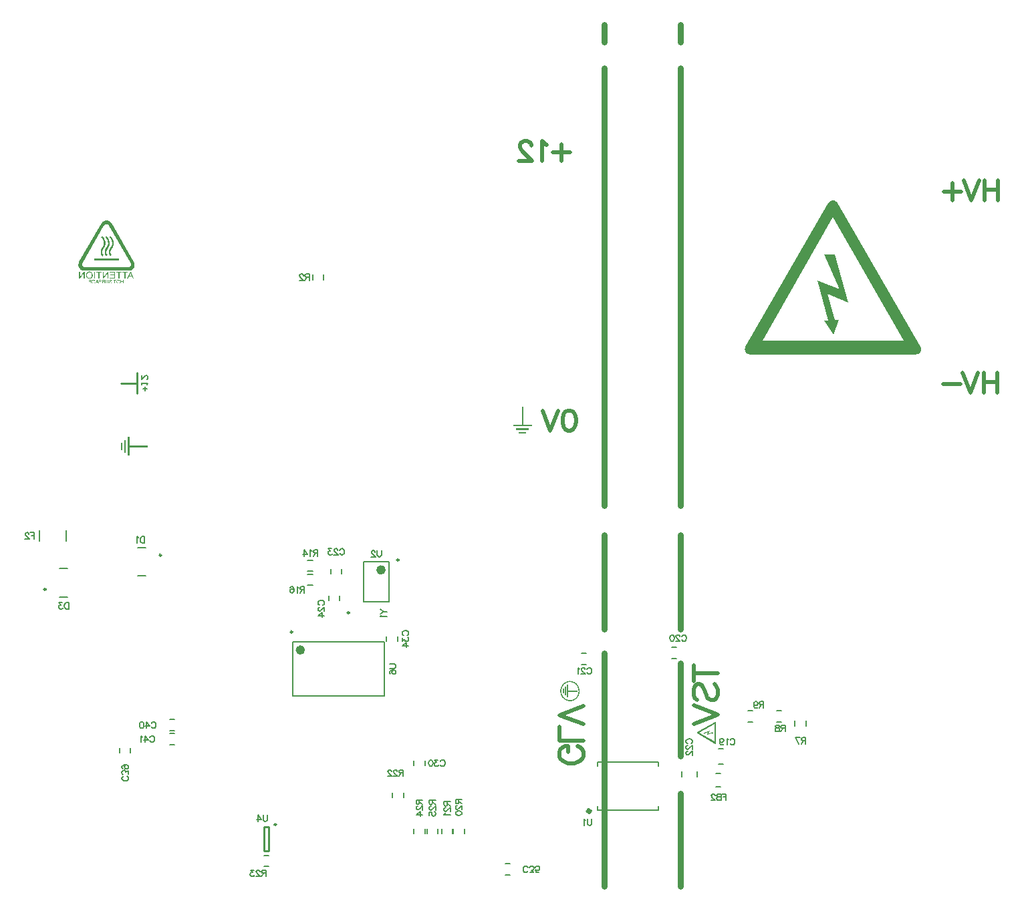
<source format=gbr>
%TF.GenerationSoftware,Altium Limited,Altium Designer,20.0.13 (296)*%
G04 Layer_Color=32896*
%FSLAX26Y26*%
%MOIN*%
%TF.FileFunction,Legend,Bot*%
%TF.Part,Single*%
G01*
G75*
%TA.AperFunction,NonConductor*%
%ADD43C,0.020000*%
%ADD103C,0.009842*%
%ADD104C,0.023622*%
%ADD105C,0.006000*%
%ADD106C,0.007874*%
%ADD107C,0.010000*%
%ADD108C,0.005000*%
%ADD109C,0.030000*%
G36*
X4070268Y3426891D02*
X4074341Y3425040D01*
X4077303Y3422818D01*
X4080266Y3420596D01*
X4082117Y3418745D01*
X4083599Y3416893D01*
X4084339Y3415782D01*
X4084709Y3415412D01*
X4498705Y2699252D01*
X4500556Y2694068D01*
X4501297Y2689254D01*
Y2684810D01*
X4500927Y2680737D01*
X4500186Y2677404D01*
X4499445Y2675182D01*
X4499075Y2673701D01*
X4498705Y2672961D01*
X4495372Y2668517D01*
X4492039Y2665555D01*
X4487966Y2663333D01*
X4484633Y2661481D01*
X4481301Y2660741D01*
X4478709Y2660370D01*
X4476857Y2660000D01*
X3648126Y2660000D01*
X3643312Y2660740D01*
X3639239Y2662222D01*
X3635165Y2664073D01*
X3632203Y2666665D01*
X3629611Y2668887D01*
X3627759Y2671109D01*
X3626648Y2672590D01*
X3626278Y2672960D01*
X3624056Y2677774D01*
X3623316Y2682218D01*
X3622945Y2686661D01*
X3623316Y2690735D01*
X3624427Y2694067D01*
X3625167Y2697030D01*
X3625908Y2698511D01*
X3626278Y2699252D01*
X4039533Y3415412D01*
X4041384Y3418374D01*
X4043606Y3420596D01*
X4045828Y3422448D01*
X4048050Y3424299D01*
X4052493Y3426521D01*
X4056567Y3428002D01*
X4060270Y3428743D01*
X4065824D01*
X4070268Y3426891D01*
D02*
G37*
G36*
X2752312Y1030086D02*
X2754114Y1029947D01*
X2755869Y1029762D01*
X2757579Y1029485D01*
X2759288Y1029162D01*
X2760951Y1028792D01*
X2762522Y1028330D01*
X2764093Y1027822D01*
X2765617Y1027267D01*
X2767096Y1026713D01*
X2768528Y1026112D01*
X2769914Y1025466D01*
X2771254Y1024819D01*
X2772501Y1024126D01*
X2773702Y1023433D01*
X2774904Y1022740D01*
X2776012Y1022047D01*
X2777029Y1021354D01*
X2777999Y1020707D01*
X2778923Y1020014D01*
X2779801Y1019367D01*
X2780586Y1018767D01*
X2781325Y1018212D01*
X2781972Y1017658D01*
X2782573Y1017150D01*
X2783081Y1016734D01*
X2783497Y1016318D01*
X2783866Y1015995D01*
X2784144Y1015717D01*
X2784328Y1015533D01*
X2784467Y1015394D01*
X2784513Y1015348D01*
X2785761Y1013962D01*
X2786962Y1012530D01*
X2788071Y1011051D01*
X2789133Y1009573D01*
X2790103Y1008048D01*
X2790981Y1006570D01*
X2791813Y1005045D01*
X2792598Y1003521D01*
X2793291Y1001996D01*
X2793938Y1000471D01*
X2794539Y998993D01*
X2795047Y997515D01*
X2795555Y996082D01*
X2795971Y994650D01*
X2796710Y991924D01*
X2797033Y990585D01*
X2797311Y989337D01*
X2797542Y988136D01*
X2797726Y986981D01*
X2797911Y985872D01*
X2798050Y984856D01*
X2798142Y983932D01*
X2798235Y983054D01*
X2798327Y982269D01*
X2798373Y981576D01*
X2798419Y980975D01*
Y980467D01*
X2798466Y980097D01*
Y979543D01*
X2798419Y977602D01*
X2798327Y975662D01*
X2798142Y973768D01*
X2797865Y971966D01*
X2797542Y970164D01*
X2797172Y968409D01*
X2796756Y966699D01*
X2796294Y965036D01*
X2795786Y963419D01*
X2795232Y961894D01*
X2794677Y960370D01*
X2794030Y958938D01*
X2793430Y957552D01*
X2792783Y956212D01*
X2792136Y954918D01*
X2791489Y953717D01*
X2790843Y952562D01*
X2790196Y951499D01*
X2789549Y950437D01*
X2788948Y949513D01*
X2788348Y948589D01*
X2787747Y947803D01*
X2787193Y947064D01*
X2786685Y946371D01*
X2786223Y945771D01*
X2785807Y945216D01*
X2785437Y944800D01*
X2785114Y944431D01*
X2784837Y944107D01*
X2784652Y943923D01*
X2784559Y943784D01*
X2784513Y943738D01*
X2783173Y942398D01*
X2781787Y941151D01*
X2780355Y939949D01*
X2778923Y938841D01*
X2777491Y937824D01*
X2776059Y936900D01*
X2774580Y936022D01*
X2773148Y935191D01*
X2771716Y934452D01*
X2770284Y933759D01*
X2768851Y933112D01*
X2767465Y932557D01*
X2766079Y932049D01*
X2764740Y931587D01*
X2763400Y931171D01*
X2762106Y930802D01*
X2760859Y930478D01*
X2759704Y930201D01*
X2758549Y929924D01*
X2757440Y929739D01*
X2756424Y929554D01*
X2755500Y929416D01*
X2754576Y929277D01*
X2753790Y929185D01*
X2753051Y929092D01*
X2752358Y929046D01*
X2751804Y929000D01*
X2751342D01*
X2750972Y928954D01*
X2750695D01*
X2750510D01*
X2750464D01*
X2748616Y929000D01*
X2746814Y929139D01*
X2745012Y929323D01*
X2743257Y929601D01*
X2741547Y929924D01*
X2739884Y930340D01*
X2738267Y930756D01*
X2736696Y931264D01*
X2735172Y931818D01*
X2733693Y932373D01*
X2732261Y932973D01*
X2730875Y933620D01*
X2729581Y934313D01*
X2728288Y934960D01*
X2727087Y935653D01*
X2725932Y936346D01*
X2724823Y937039D01*
X2723760Y937732D01*
X2722790Y938425D01*
X2721866Y939072D01*
X2720988Y939718D01*
X2720203Y940319D01*
X2719510Y940873D01*
X2718863Y941428D01*
X2718262Y941936D01*
X2717754Y942398D01*
X2717338Y942768D01*
X2716969Y943091D01*
X2716692Y943368D01*
X2716507Y943553D01*
X2716368Y943692D01*
X2716322Y943738D01*
X2715075Y945124D01*
X2713873Y946556D01*
X2712765Y948034D01*
X2711702Y949513D01*
X2710732Y950991D01*
X2709854Y952516D01*
X2709022Y953994D01*
X2708237Y955519D01*
X2707544Y957043D01*
X2706851Y958568D01*
X2706297Y960046D01*
X2705742Y961525D01*
X2705234Y962957D01*
X2704818Y964389D01*
X2704079Y967161D01*
X2703756Y968455D01*
X2703478Y969748D01*
X2703247Y970950D01*
X2703063Y972105D01*
X2702878Y973167D01*
X2702739Y974184D01*
X2702647Y975154D01*
X2702554Y976032D01*
X2702462Y976817D01*
X2702416Y977510D01*
X2702370Y978111D01*
Y978619D01*
X2702323Y978988D01*
Y979543D01*
X2702370Y981483D01*
X2702462Y983424D01*
X2702693Y985272D01*
X2702924Y987120D01*
X2703247Y988921D01*
X2703617Y990677D01*
X2704033Y992340D01*
X2704495Y994003D01*
X2705003Y995620D01*
X2705557Y997145D01*
X2706158Y998670D01*
X2706759Y1000102D01*
X2707359Y1001488D01*
X2708006Y1002828D01*
X2708653Y1004121D01*
X2709346Y1005322D01*
X2709993Y1006477D01*
X2710639Y1007586D01*
X2711286Y1008603D01*
X2711887Y1009573D01*
X2712487Y1010451D01*
X2713088Y1011282D01*
X2713642Y1012021D01*
X2714151Y1012714D01*
X2714613Y1013315D01*
X2715028Y1013869D01*
X2715398Y1014285D01*
X2715721Y1014655D01*
X2715999Y1014978D01*
X2716183Y1015163D01*
X2716276Y1015302D01*
X2716322Y1015348D01*
X2717662Y1016688D01*
X2719048Y1017935D01*
X2720434Y1019136D01*
X2721866Y1020245D01*
X2723298Y1021261D01*
X2724730Y1022185D01*
X2726209Y1023063D01*
X2727641Y1023895D01*
X2729073Y1024634D01*
X2730505Y1025327D01*
X2731938Y1025974D01*
X2733370Y1026528D01*
X2734756Y1027036D01*
X2736096Y1027498D01*
X2737435Y1027914D01*
X2738729Y1028284D01*
X2739976Y1028607D01*
X2741178Y1028884D01*
X2742286Y1029162D01*
X2743395Y1029346D01*
X2744458Y1029531D01*
X2745382Y1029670D01*
X2746306Y1029808D01*
X2747137Y1029901D01*
X2747877Y1029993D01*
X2748523Y1030039D01*
X2749124Y1030086D01*
X2749586D01*
X2749956Y1030132D01*
X2750233D01*
X2750418D01*
X2750464D01*
X2752312Y1030086D01*
D02*
G37*
G36*
X553375Y2204552D02*
X643456D01*
Y2196640D01*
X553375D01*
Y2204552D01*
X553167D01*
Y2196640D01*
X553375D01*
Y2155069D01*
X545394D01*
Y2247024D01*
X553375D01*
Y2204552D01*
D02*
G37*
G36*
X518397Y2182829D02*
X510486D01*
Y2219334D01*
X518397D01*
Y2182829D01*
D02*
G37*
G36*
X535678Y2168949D02*
X527766D01*
Y2232589D01*
X535678D01*
Y2168949D01*
D02*
G37*
G36*
X441990Y3328115D02*
X444581Y3327744D01*
X447173Y3327004D01*
X449209Y3326449D01*
X451060Y3325708D01*
X452355Y3324968D01*
X453096Y3324598D01*
X453466Y3324413D01*
X454392Y3323857D01*
X455132Y3323487D01*
X455502Y3323117D01*
X457353Y3321636D01*
X459019Y3320155D01*
X460500Y3318490D01*
X461796Y3317009D01*
X462721Y3315713D01*
X463461Y3314602D01*
X463832Y3313862D01*
X464017Y3313677D01*
X575632Y3120247D01*
X575817D01*
X576002Y3120062D01*
Y3119877D01*
Y3119692D01*
X576743Y3118211D01*
X577483Y3116916D01*
X577668Y3116175D01*
X577853Y3115805D01*
X578038Y3115435D01*
X578223Y3114880D01*
X578594Y3113584D01*
X578779Y3112473D01*
X578964Y3112103D01*
Y3111918D01*
X579519Y3108031D01*
X579334Y3104329D01*
X578964Y3100812D01*
X578038Y3097850D01*
X577298Y3095444D01*
X576372Y3093593D01*
X576187Y3092853D01*
X575817Y3092297D01*
X575632Y3092112D01*
Y3091927D01*
Y3091742D01*
X574892Y3090446D01*
X574151Y3089336D01*
X573411Y3088595D01*
X573226Y3088225D01*
X572300Y3087115D01*
X571375Y3086189D01*
X570634Y3085449D01*
X570264Y3085264D01*
X568598Y3083783D01*
X566932Y3082672D01*
X563601Y3080636D01*
X560269Y3079340D01*
X557307Y3078415D01*
X554531Y3077860D01*
X552309Y3077674D01*
X551569Y3077489D01*
X326858D01*
X325007Y3077674D01*
X323526Y3077860D01*
X322786Y3078045D01*
X322600D01*
X321490Y3078230D01*
X320009Y3078600D01*
X318898Y3078785D01*
X318713Y3078970D01*
X318528D01*
X314826Y3080451D01*
X311680Y3082487D01*
X308903Y3084523D01*
X306682Y3086744D01*
X304831Y3088780D01*
X303720Y3090446D01*
X302795Y3091557D01*
X302610Y3091742D01*
Y3091927D01*
X302425D01*
X301499Y3093593D01*
X300944Y3094889D01*
X300759Y3095629D01*
X300574Y3095814D01*
X300018Y3097480D01*
X299648Y3098776D01*
X299463Y3099516D01*
Y3099886D01*
X299093Y3101923D01*
X298908Y3103959D01*
Y3107846D01*
X299463Y3111363D01*
X300203Y3114509D01*
X301129Y3117101D01*
X301869Y3119137D01*
X302239Y3119877D01*
X302610Y3120432D01*
X302795Y3120618D01*
Y3120803D01*
X414410Y3314232D01*
X415335Y3315528D01*
X416076Y3316639D01*
X416631Y3317379D01*
X416816Y3317749D01*
X417742Y3318675D01*
X418667Y3319600D01*
X419408Y3320340D01*
X419593Y3320711D01*
X419778D01*
X422925Y3323302D01*
X426256Y3325153D01*
X429403Y3326449D01*
X432365Y3327374D01*
X435141Y3327930D01*
X437177Y3328115D01*
X437918Y3328300D01*
X439028D01*
X441990Y3328115D01*
D02*
G37*
G36*
X448839Y3037508D02*
X444396D01*
Y3065458D01*
X425701Y3037508D01*
X420889D01*
Y3072862D01*
X425331D01*
Y3045097D01*
X444026Y3072862D01*
X448839D01*
Y3037508D01*
D02*
G37*
G36*
X330560D02*
X326117D01*
Y3065458D01*
X307422Y3037508D01*
X302610D01*
Y3072862D01*
X307052D01*
Y3045097D01*
X325747Y3072862D01*
X330560D01*
Y3037508D01*
D02*
G37*
G36*
X575632D02*
X570634D01*
X566747Y3048244D01*
X551939D01*
X547867Y3037508D01*
X542499D01*
X556937Y3072862D01*
X562120D01*
X575632Y3037508D01*
D02*
G37*
G36*
X545091Y3068790D02*
X533429D01*
Y3037508D01*
X528617D01*
Y3068790D01*
X516955D01*
Y3072862D01*
X545091D01*
Y3068790D01*
D02*
G37*
G36*
X514734D02*
X503073D01*
Y3037508D01*
X498445D01*
Y3068790D01*
X486599D01*
Y3072862D01*
X514734D01*
Y3068790D01*
D02*
G37*
G36*
X481786Y3037508D02*
X455317D01*
Y3041580D01*
X476974D01*
Y3053796D01*
X457538D01*
Y3057869D01*
X476974D01*
Y3068790D01*
X456058D01*
Y3072862D01*
X481786D01*
Y3037508D01*
D02*
G37*
G36*
X415706Y3068790D02*
X404044D01*
Y3037508D01*
X399232D01*
Y3068790D01*
X387570D01*
Y3072862D01*
X415706D01*
Y3068790D01*
D02*
G37*
G36*
X382017Y3037508D02*
X377205D01*
Y3072862D01*
X382017D01*
Y3037508D01*
D02*
G37*
G36*
X356103Y3073417D02*
X358510Y3072862D01*
X360546Y3071936D01*
X362397Y3071196D01*
X363878Y3070270D01*
X364803Y3069345D01*
X365544Y3068790D01*
X365729Y3068604D01*
X367209Y3066568D01*
X368320Y3064347D01*
X369246Y3061941D01*
X369801Y3059720D01*
X370171Y3057869D01*
X370356Y3056203D01*
Y3055092D01*
Y3054907D01*
Y3054722D01*
X369986Y3051390D01*
X369801Y3049724D01*
X369431Y3048429D01*
X369060Y3047318D01*
X368875Y3046578D01*
X368505Y3046022D01*
Y3045837D01*
X367580Y3044356D01*
X366654Y3043061D01*
X365729Y3041950D01*
X364618Y3041025D01*
X363878Y3040284D01*
X363137Y3039729D01*
X362582Y3039544D01*
X362397Y3039359D01*
X360916Y3038618D01*
X359435Y3038063D01*
X356474Y3037323D01*
X355363Y3037137D01*
X354438Y3036952D01*
X353512D01*
X351846Y3037137D01*
X350180Y3037323D01*
X348700Y3037693D01*
X347404Y3038063D01*
X346293Y3038433D01*
X345553Y3038803D01*
X344998Y3039174D01*
X344812D01*
X343517Y3040099D01*
X342221Y3041025D01*
X340370Y3043061D01*
X339630Y3043986D01*
X339074Y3044727D01*
X338889Y3045282D01*
X338704Y3045467D01*
X337964Y3047133D01*
X337408Y3048799D01*
X337038Y3050465D01*
X336668Y3051945D01*
Y3053241D01*
X336483Y3054167D01*
Y3054907D01*
Y3055092D01*
Y3057128D01*
X336853Y3058794D01*
X337038Y3060460D01*
X337408Y3061941D01*
X337779Y3063052D01*
X338149Y3063977D01*
X338334Y3064532D01*
X338519Y3064717D01*
X340370Y3067494D01*
X341481Y3068604D01*
X342406Y3069530D01*
X343332Y3070270D01*
X343887Y3070826D01*
X344442Y3071011D01*
X344627Y3071196D01*
X346108Y3071936D01*
X347589Y3072677D01*
X350365Y3073232D01*
X351661Y3073417D01*
X352587Y3073602D01*
X353512D01*
X356103Y3073417D01*
D02*
G37*
G36*
X523249Y3014370D02*
X521028D01*
Y3022515D01*
X511773D01*
Y3014370D01*
X509366D01*
Y3031770D01*
X511773D01*
Y3024551D01*
X521028D01*
Y3031770D01*
X523249D01*
Y3014370D01*
D02*
G37*
G36*
X448098Y3021589D02*
X447913Y3019738D01*
X447728Y3018257D01*
X447543Y3017517D01*
X447358Y3017147D01*
X446803Y3016221D01*
X446062Y3015481D01*
X445322Y3015111D01*
X445137Y3014925D01*
X443841Y3014370D01*
X442545Y3014185D01*
X441435Y3014000D01*
X441064D01*
X439399Y3014185D01*
X438103Y3014555D01*
X437177Y3014925D01*
X436992Y3015111D01*
X435882Y3015851D01*
X435326Y3016591D01*
X434956Y3017147D01*
X434771Y3017332D01*
X434401Y3018628D01*
X434216Y3020108D01*
Y3021219D01*
Y3021404D01*
Y3021589D01*
Y3031770D01*
X436437D01*
Y3021589D01*
Y3020479D01*
X436622Y3019553D01*
X436992Y3018072D01*
X437362Y3017147D01*
X437548Y3016962D01*
X438658Y3016591D01*
X439769Y3016406D01*
X440879Y3016221D01*
X442360D01*
X443101Y3016406D01*
X443841D01*
X444581Y3016962D01*
X444952Y3017517D01*
X445322Y3018072D01*
Y3018257D01*
X445507Y3019183D01*
X445692Y3020293D01*
Y3021219D01*
Y3021404D01*
Y3021589D01*
Y3031770D01*
X448098D01*
Y3021589D01*
D02*
G37*
G36*
X375909Y3031955D02*
X377390Y3031584D01*
X378315Y3031214D01*
X378501Y3031029D01*
X378686D01*
X379981Y3030104D01*
X380907Y3028993D01*
X381462Y3028253D01*
X381647Y3028068D01*
Y3027883D01*
X382203Y3026402D01*
X382573Y3024736D01*
X382758Y3023625D01*
Y3023255D01*
Y3023070D01*
X382573Y3021219D01*
X382203Y3019738D01*
X382017Y3018628D01*
X381832Y3018442D01*
Y3018257D01*
X381092Y3016962D01*
X380166Y3016036D01*
X379426Y3015481D01*
X379056Y3015296D01*
X377575Y3014555D01*
X376094Y3014185D01*
X375354Y3014000D01*
X374243D01*
X372392Y3014185D01*
X370911Y3014925D01*
X369986Y3015481D01*
X369616Y3015666D01*
X369060Y3016036D01*
X368505Y3016776D01*
X367765Y3018072D01*
X367209Y3019183D01*
X367024Y3019553D01*
Y3019738D01*
X369431Y3020293D01*
X369801Y3018813D01*
X370541Y3017887D01*
X371097Y3017147D01*
X371282Y3016962D01*
X372392Y3016406D01*
X373503Y3016221D01*
X374243Y3016036D01*
X374613D01*
X375724Y3016221D01*
X376650Y3016406D01*
X377390Y3016591D01*
X377575D01*
X378501Y3017332D01*
X379056Y3018257D01*
X379426Y3018813D01*
X379611Y3019183D01*
X379981Y3020479D01*
X380166Y3021774D01*
X380352Y3022700D01*
Y3022885D01*
Y3023070D01*
X380166Y3024366D01*
X379981Y3025476D01*
X379796Y3026217D01*
X379611Y3026402D01*
X379056Y3027512D01*
X378501Y3028438D01*
X377945Y3028993D01*
X377760Y3029178D01*
X376650Y3029733D01*
X375539Y3029919D01*
X374613Y3030104D01*
X374243D01*
X373133Y3029919D01*
X372207Y3029733D01*
X371652Y3029363D01*
X371467Y3029178D01*
X370726Y3028438D01*
X370171Y3027512D01*
X369801Y3026772D01*
X369616Y3026402D01*
X367395Y3026957D01*
X368135Y3028623D01*
X368875Y3029733D01*
X369431Y3030474D01*
X369801Y3030659D01*
X371282Y3031584D01*
X372762Y3031955D01*
X373873Y3032140D01*
X374243D01*
X375909Y3031955D01*
D02*
G37*
G36*
X487524Y3029733D02*
X481601D01*
Y3014370D01*
X479380D01*
Y3029733D01*
X473457D01*
Y3031770D01*
X487524D01*
Y3029733D01*
D02*
G37*
G36*
X430144Y3014370D02*
X427737D01*
Y3021959D01*
X424035D01*
X423850Y3021774D01*
X422925Y3021589D01*
X422740Y3021404D01*
X422369Y3021034D01*
X421999Y3020664D01*
X421629Y3020479D01*
X421444Y3020293D01*
X421074Y3019738D01*
X420518Y3018813D01*
X419963Y3018072D01*
X419778Y3017887D01*
Y3017702D01*
X417557Y3014370D01*
X414595D01*
X417557Y3018998D01*
X418482Y3019923D01*
X419038Y3020664D01*
X419408Y3021034D01*
X419593Y3021219D01*
X419963Y3021589D01*
X420333Y3021774D01*
X420703Y3022144D01*
X420889D01*
X419223Y3022515D01*
X418112Y3023070D01*
X417372Y3023625D01*
X417187Y3023810D01*
X416446Y3024921D01*
X416076Y3025846D01*
X415891Y3026587D01*
Y3026957D01*
X416076Y3027883D01*
X416261Y3028808D01*
X416446Y3029548D01*
X416631Y3029733D01*
X417372Y3030474D01*
X417927Y3031029D01*
X418482Y3031214D01*
X418667Y3031399D01*
X419778Y3031584D01*
X421074Y3031770D01*
X430144D01*
Y3014370D01*
D02*
G37*
G36*
X412189D02*
X409968D01*
Y3022144D01*
X401638D01*
Y3024180D01*
X409968D01*
Y3029733D01*
X400342D01*
Y3031770D01*
X412189D01*
Y3014370D01*
D02*
G37*
G36*
X400527D02*
X397936D01*
X396085Y3019368D01*
X388681D01*
X386645Y3014370D01*
X383868D01*
X391272Y3031770D01*
X393679D01*
X400527Y3014370D01*
D02*
G37*
G36*
X364063D02*
X350736D01*
Y3016221D01*
X361656D01*
Y3022144D01*
X351846D01*
Y3024366D01*
X361656D01*
Y3029733D01*
X351291D01*
Y3031770D01*
X364063D01*
Y3014370D01*
D02*
G37*
G36*
X499001Y3031955D02*
X500296Y3031770D01*
X502147Y3031029D01*
X502888Y3030474D01*
X503443Y3030104D01*
X503628Y3029919D01*
X503813Y3029733D01*
X504554Y3028623D01*
X505109Y3027512D01*
X505849Y3025106D01*
X506034Y3024180D01*
X506220Y3023440D01*
Y3022885D01*
Y3022700D01*
X506034Y3021034D01*
X505664Y3019553D01*
X505294Y3018628D01*
X505109Y3018442D01*
Y3018257D01*
X504183Y3016962D01*
X503258Y3016036D01*
X502518Y3015481D01*
X502147Y3015296D01*
X500667Y3014555D01*
X499186Y3014185D01*
X498075Y3014000D01*
X497705D01*
X496039Y3014185D01*
X494743Y3014555D01*
X493818Y3014925D01*
X493448Y3015111D01*
X492152Y3016036D01*
X491041Y3016962D01*
X490486Y3017702D01*
X490301Y3018072D01*
X489561Y3019738D01*
X489375Y3021219D01*
X489190Y3022515D01*
Y3022700D01*
Y3022885D01*
X489375Y3024736D01*
X489561Y3026217D01*
X489931Y3027327D01*
X490116Y3027512D01*
Y3027697D01*
X491041Y3029178D01*
X492152Y3030104D01*
X492892Y3030659D01*
X493077Y3030844D01*
X493263D01*
X494743Y3031584D01*
X496224Y3031955D01*
X497335Y3032140D01*
X497705D01*
X499001Y3031955D01*
D02*
G37*
G36*
X460870D02*
X461611Y3031770D01*
X461796Y3031584D01*
X462721Y3031029D01*
X463462Y3030474D01*
X463832Y3029919D01*
X464017Y3029733D01*
X464387Y3028808D01*
X464572Y3027883D01*
X464757Y3027327D01*
Y3027142D01*
X464572Y3026217D01*
X464387Y3025661D01*
X464202Y3025291D01*
X464017Y3025106D01*
X463462Y3024366D01*
X462906Y3023810D01*
X462351Y3023625D01*
X462166Y3023440D01*
X461240Y3022885D01*
X460130Y3022700D01*
X459204Y3022329D01*
X458834D01*
X457909Y3021959D01*
X457168Y3021774D01*
X456613Y3021589D01*
X456058D01*
X455687Y3021404D01*
X454947Y3021034D01*
X454392Y3020664D01*
X454207Y3020479D01*
X454021Y3020293D01*
X453651Y3019923D01*
X453466Y3019368D01*
Y3018998D01*
Y3018813D01*
Y3018257D01*
X453651Y3017887D01*
X453836Y3017517D01*
X454021Y3017332D01*
X454947Y3016591D01*
X455317Y3016406D01*
X455502Y3016221D01*
X459019D01*
X459760Y3016406D01*
X460685D01*
X461425Y3016776D01*
X461981Y3017332D01*
X462351Y3017517D01*
Y3017702D01*
X462721Y3018442D01*
X462906Y3019183D01*
X463091Y3019738D01*
Y3019923D01*
X465498Y3019738D01*
X465312Y3018442D01*
X464942Y3017517D01*
X464572Y3016776D01*
X464387Y3016591D01*
X463647Y3015851D01*
X462906Y3015296D01*
X462166Y3014925D01*
X461981Y3014740D01*
X460500Y3014370D01*
X459204Y3014185D01*
X458094Y3014000D01*
X457723D01*
X456428Y3014185D01*
X455502Y3014370D01*
X454762Y3014555D01*
X454392Y3014740D01*
X453466Y3015296D01*
X452726Y3015851D01*
X452356Y3016221D01*
X452170Y3016406D01*
X451615Y3017332D01*
X451430Y3018072D01*
X451245Y3018813D01*
Y3018998D01*
X451430Y3020108D01*
X451615Y3020849D01*
X451800Y3021404D01*
X451985Y3021589D01*
X452726Y3022329D01*
X453466Y3022885D01*
X454021Y3023255D01*
X454392Y3023440D01*
X454762Y3023625D01*
X455317Y3023810D01*
X456613Y3024180D01*
X457723Y3024366D01*
X458094Y3024551D01*
X458279D01*
X459204Y3024736D01*
X459945Y3024921D01*
X461055Y3025291D01*
X461611Y3025661D01*
X461796D01*
X462166Y3026217D01*
X462351Y3026772D01*
Y3027142D01*
Y3027327D01*
X462166Y3028068D01*
X461981Y3028808D01*
X461796Y3029178D01*
X461611Y3029363D01*
X460685Y3029733D01*
X459574Y3030104D01*
X458279D01*
X456983Y3029919D01*
X456058Y3029733D01*
X455502Y3029363D01*
X455317Y3029178D01*
X454577Y3028438D01*
X454207Y3027697D01*
X454021Y3026957D01*
Y3026587D01*
X451800Y3026772D01*
X451985Y3027883D01*
X452170Y3028808D01*
X452541Y3029548D01*
X452726Y3029733D01*
X453466Y3030474D01*
X454021Y3031029D01*
X454762Y3031214D01*
X454947Y3031399D01*
X456058Y3031770D01*
X457168Y3032140D01*
X459760D01*
X460870Y3031955D01*
D02*
G37*
G36*
X2518360Y2308375D02*
X2510448D01*
Y2308167D01*
X2518360D01*
Y2308375D01*
X2559931D01*
Y2300394D01*
X2467976D01*
Y2308375D01*
X2510448D01*
Y2398456D01*
X2518360D01*
Y2308375D01*
D02*
G37*
G36*
X2546051Y2282766D02*
X2482411D01*
Y2290678D01*
X2546051D01*
Y2282766D01*
D02*
G37*
G36*
X2532171Y2265486D02*
X2495666D01*
Y2273397D01*
X2532171D01*
Y2265486D01*
D02*
G37*
G36*
X3476413Y825492D02*
X3476829Y825399D01*
X3477106Y825307D01*
X3477291Y825261D01*
X3477383Y825215D01*
X3477937Y824799D01*
X3478307Y824383D01*
X3478584Y823875D01*
X3478815Y823459D01*
X3478908Y823043D01*
X3478954Y822720D01*
X3479000Y822489D01*
Y719093D01*
X3478908Y718493D01*
X3478723Y717984D01*
X3478492Y717476D01*
X3478168Y717107D01*
X3477891Y716783D01*
X3477614Y716552D01*
X3477429Y716414D01*
X3477383Y716367D01*
X3476782Y716090D01*
X3476228Y715998D01*
X3475674Y715952D01*
X3475165Y715998D01*
X3474750Y716136D01*
X3474380Y716229D01*
X3474195Y716321D01*
X3474103Y716367D01*
X3384752Y767927D01*
X3384382Y768158D01*
X3384105Y768435D01*
X3383874Y768712D01*
X3383643Y768989D01*
X3383366Y769544D01*
X3383181Y770052D01*
X3383089Y770514D01*
Y771207D01*
X3383320Y771761D01*
X3383551Y772269D01*
X3383828Y772639D01*
X3384105Y773009D01*
X3384336Y773240D01*
X3384567Y773424D01*
X3384706Y773517D01*
X3384752Y773563D01*
X3474103Y825215D01*
X3474750Y825446D01*
X3475350Y825538D01*
X3475905D01*
X3476413Y825492D01*
D02*
G37*
%LPC*%
G36*
X4062121Y3345796D02*
X3711077Y2727394D01*
X4413906Y2727395D01*
X4062121Y3345796D01*
D02*
G37*
%LPD*%
G36*
X4139144Y2918469D02*
X4033608Y2961054D01*
X4071379Y2831079D01*
X4091005D01*
X4065824Y2758500D01*
X4019537Y2828116D01*
X4039533D01*
X3985839Y3028819D01*
X4093226Y2985494D01*
X4017685Y3158424D01*
X4071379D01*
X4139144Y2918469D01*
D02*
G37*
%LPC*%
G36*
X2750926Y1024865D02*
X2750649D01*
X2750510D01*
X2750464D01*
X2748801Y1024819D01*
X2747184Y1024726D01*
X2745613Y1024542D01*
X2744088Y1024311D01*
X2742564Y1023987D01*
X2741085Y1023664D01*
X2739653Y1023248D01*
X2738267Y1022832D01*
X2735587Y1021816D01*
X2734294Y1021261D01*
X2733093Y1020707D01*
X2731891Y1020153D01*
X2730783Y1019552D01*
X2729674Y1018905D01*
X2728657Y1018305D01*
X2727687Y1017704D01*
X2726763Y1017103D01*
X2725885Y1016503D01*
X2725054Y1015902D01*
X2724315Y1015348D01*
X2723622Y1014793D01*
X2722975Y1014285D01*
X2722420Y1013777D01*
X2721866Y1013361D01*
X2721450Y1012945D01*
X2721034Y1012622D01*
X2720711Y1012299D01*
X2720480Y1012068D01*
X2720295Y1011883D01*
X2720203Y1011790D01*
X2720157Y1011744D01*
X2719002Y1010497D01*
X2717939Y1009157D01*
X2716923Y1007863D01*
X2715999Y1006524D01*
X2715121Y1005184D01*
X2714335Y1003798D01*
X2713596Y1002412D01*
X2712903Y1001072D01*
X2712256Y999686D01*
X2711656Y998346D01*
X2711148Y997006D01*
X2710639Y995667D01*
X2709808Y993079D01*
X2709161Y990631D01*
X2708884Y989430D01*
X2708653Y988321D01*
X2708422Y987212D01*
X2708237Y986196D01*
X2708098Y985225D01*
X2707960Y984301D01*
X2707867Y983470D01*
X2707775Y982684D01*
X2707729Y981991D01*
X2707683Y981391D01*
X2707636Y980836D01*
Y980374D01*
X2707590Y980005D01*
Y979543D01*
X2707636Y977787D01*
X2707729Y976078D01*
X2707914Y974368D01*
X2708145Y972751D01*
X2708422Y971134D01*
X2708745Y969564D01*
X2709577Y966561D01*
X2709993Y965128D01*
X2710501Y963696D01*
X2711009Y962356D01*
X2711563Y961063D01*
X2712118Y959815D01*
X2712718Y958614D01*
X2713273Y957459D01*
X2713873Y956397D01*
X2714474Y955334D01*
X2715028Y954364D01*
X2715629Y953440D01*
X2716183Y952562D01*
X2716738Y951777D01*
X2717246Y951037D01*
X2717754Y950344D01*
X2718216Y949744D01*
X2718632Y949236D01*
X2719002Y948727D01*
X2719325Y948312D01*
X2719602Y947988D01*
X2719833Y947711D01*
X2720018Y947526D01*
X2720110Y947434D01*
X2720157Y947388D01*
X2721358Y946186D01*
X2722559Y945078D01*
X2723806Y944015D01*
X2725054Y943045D01*
X2726347Y942121D01*
X2727641Y941289D01*
X2728888Y940504D01*
X2730182Y939765D01*
X2731476Y939118D01*
X2732769Y938517D01*
X2734017Y937963D01*
X2735264Y937455D01*
X2736511Y936993D01*
X2737713Y936577D01*
X2740023Y935884D01*
X2742194Y935329D01*
X2743210Y935098D01*
X2744181Y934914D01*
X2745105Y934775D01*
X2745982Y934636D01*
X2746768Y934498D01*
X2747507Y934405D01*
X2748154Y934359D01*
X2748754Y934313D01*
X2749263Y934267D01*
X2749678D01*
X2750002Y934221D01*
X2750279D01*
X2750418D01*
X2750464D01*
X2752081Y934267D01*
X2753698Y934359D01*
X2755269Y934544D01*
X2756793Y934775D01*
X2758272Y935098D01*
X2759750Y935422D01*
X2761182Y935838D01*
X2762568Y936300D01*
X2765202Y937270D01*
X2767696Y938379D01*
X2768898Y938979D01*
X2770006Y939580D01*
X2771069Y940180D01*
X2772132Y940827D01*
X2773102Y941428D01*
X2774026Y942028D01*
X2774904Y942629D01*
X2775689Y943230D01*
X2776474Y943784D01*
X2777167Y944338D01*
X2777814Y944847D01*
X2778369Y945355D01*
X2778877Y945771D01*
X2779339Y946186D01*
X2779755Y946510D01*
X2780078Y946833D01*
X2780309Y947064D01*
X2780494Y947249D01*
X2780586Y947341D01*
X2780632Y947388D01*
X2781787Y948635D01*
X2782850Y949929D01*
X2783866Y951268D01*
X2784790Y952562D01*
X2785668Y953902D01*
X2786454Y955288D01*
X2787193Y956628D01*
X2787886Y958014D01*
X2788533Y959353D01*
X2789133Y960739D01*
X2789641Y962079D01*
X2790150Y963373D01*
X2790981Y965960D01*
X2791628Y968455D01*
X2791905Y969610D01*
X2792136Y970765D01*
X2792367Y971827D01*
X2792552Y972844D01*
X2792691Y973860D01*
X2792829Y974738D01*
X2792922Y975616D01*
X2793014Y976401D01*
X2793060Y977094D01*
X2793106Y977695D01*
X2793153Y978249D01*
X2793199Y978711D01*
Y979543D01*
X2793153Y981298D01*
X2793060Y983008D01*
X2792875Y984671D01*
X2792644Y986334D01*
X2792367Y987951D01*
X2792044Y989476D01*
X2791258Y992525D01*
X2790796Y993957D01*
X2790288Y995343D01*
X2789780Y996683D01*
X2789226Y997977D01*
X2788671Y999270D01*
X2788071Y1000471D01*
X2787516Y1001580D01*
X2786916Y1002689D01*
X2786315Y1003752D01*
X2785761Y1004722D01*
X2785160Y1005646D01*
X2784606Y1006524D01*
X2784051Y1007309D01*
X2783543Y1008048D01*
X2783035Y1008741D01*
X2782619Y1009342D01*
X2782157Y1009896D01*
X2781787Y1010404D01*
X2781464Y1010774D01*
X2781187Y1011144D01*
X2780956Y1011421D01*
X2780771Y1011606D01*
X2780679Y1011698D01*
X2780632Y1011744D01*
X2779431Y1012945D01*
X2778230Y1014054D01*
X2776983Y1015117D01*
X2775689Y1016087D01*
X2774442Y1016965D01*
X2773148Y1017843D01*
X2771854Y1018628D01*
X2770561Y1019321D01*
X2769313Y1020014D01*
X2768020Y1020615D01*
X2766772Y1021169D01*
X2765525Y1021677D01*
X2764324Y1022139D01*
X2763123Y1022509D01*
X2760813Y1023248D01*
X2758641Y1023756D01*
X2757625Y1023987D01*
X2756655Y1024172D01*
X2755777Y1024311D01*
X2754899Y1024449D01*
X2754114Y1024588D01*
X2753421Y1024680D01*
X2752728Y1024726D01*
X2752173Y1024773D01*
X2751665Y1024819D01*
X2751249D01*
X2750926Y1024865D01*
D02*
G37*
%LPD*%
G36*
X2720896Y967485D02*
X2715583D01*
Y991878D01*
X2720896D01*
Y967485D01*
D02*
G37*
G36*
X2730367Y958291D02*
X2725100D01*
Y1000702D01*
X2730367D01*
Y958291D01*
D02*
G37*
G36*
X2740115Y982038D02*
X2789457D01*
Y976725D01*
X2740115D01*
Y948912D01*
X2734848D01*
Y1010220D01*
X2740115D01*
Y982038D01*
D02*
G37*
%LPC*%
G36*
X439769Y3309420D02*
X439028D01*
Y3309235D01*
X436807Y3309049D01*
X434956Y3308679D01*
X433105Y3307939D01*
X431624Y3307198D01*
X430329Y3306458D01*
X429403Y3305718D01*
X428848Y3305347D01*
X428663Y3305162D01*
X427737Y3304237D01*
X427367Y3303867D01*
X427182Y3303682D01*
X426627Y3302941D01*
X426256Y3302201D01*
X425886Y3301831D01*
Y3301645D01*
X425701D01*
X319639Y3118026D01*
Y3117841D01*
X318528Y3115620D01*
X317973Y3113584D01*
X317603Y3112658D01*
Y3111918D01*
X317418Y3111548D01*
Y3111363D01*
X317603D01*
X317418Y3110437D01*
Y3110252D01*
Y3110067D01*
Y3108586D01*
X317788Y3107105D01*
X317973Y3105810D01*
X318343Y3104514D01*
X318713Y3103588D01*
X319084Y3102848D01*
X319269Y3102478D01*
X319454Y3102293D01*
X320749Y3100442D01*
X322230Y3098961D01*
X323711Y3097665D01*
X325192Y3096740D01*
X326488Y3095999D01*
X327413Y3095629D01*
X328153Y3095259D01*
X328709D01*
X329449Y3095074D01*
X330190Y3094889D01*
X330375Y3094704D01*
X332781D01*
Y3094519D01*
X545091D01*
X547312Y3094704D01*
X549348Y3095074D01*
X551199Y3095814D01*
X552865Y3096555D01*
X554160Y3097295D01*
X555086Y3098035D01*
X555641Y3098406D01*
X555826Y3098591D01*
X556567Y3099331D01*
X556937Y3099886D01*
X557307Y3100072D01*
Y3100257D01*
X557862Y3100997D01*
X558233Y3101552D01*
X558603Y3102108D01*
Y3102293D01*
X558788D01*
X559713Y3104144D01*
X560269Y3105995D01*
X560454Y3107846D01*
X560639Y3109512D01*
Y3110992D01*
Y3112103D01*
X560454Y3112843D01*
Y3113028D01*
X560269Y3113954D01*
X560084Y3114694D01*
X559899Y3115065D01*
Y3115250D01*
X559713Y3115805D01*
X559343Y3116545D01*
X559158Y3117101D01*
X558973Y3117286D01*
X558788Y3117471D01*
Y3117656D01*
X452541Y3301460D01*
X451060Y3303496D01*
X449764Y3305162D01*
X448468Y3306273D01*
X448283Y3306458D01*
X448098Y3306643D01*
X447913D01*
X447728Y3306828D01*
X447358Y3307013D01*
X447173Y3307198D01*
X446988D01*
X445507Y3307939D01*
X444211Y3308494D01*
X441620Y3309235D01*
X440509D01*
X439769Y3309420D01*
D02*
G37*
%LPD*%
G36*
X459760Y3249632D02*
X461611Y3247966D01*
X462536Y3247226D01*
X463091Y3246671D01*
X463462Y3246300D01*
X463647Y3246115D01*
X465498Y3243894D01*
X467163Y3241858D01*
X467719Y3241118D01*
X468089Y3240377D01*
X468274Y3240007D01*
X468459Y3239822D01*
X470495Y3236490D01*
X471976Y3232973D01*
X473272Y3229642D01*
X474197Y3226495D01*
X474938Y3223903D01*
X475308Y3221682D01*
X475493Y3220942D01*
X475678Y3220387D01*
Y3220016D01*
Y3219831D01*
X475863Y3215759D01*
X475678Y3211687D01*
X475123Y3207985D01*
X474197Y3204653D01*
X473272Y3201691D01*
X472902Y3200581D01*
X472531Y3199470D01*
X472161Y3198730D01*
X471791Y3198175D01*
X471606Y3197804D01*
Y3197619D01*
X470865Y3196323D01*
X469940Y3194843D01*
X468089Y3191881D01*
X467163Y3190771D01*
X466608Y3189845D01*
X466053Y3189105D01*
X465868Y3188919D01*
X463832Y3185958D01*
X462351Y3183181D01*
X461240Y3180775D01*
X460315Y3178554D01*
X459945Y3176703D01*
X459574Y3175222D01*
X459389Y3174482D01*
Y3174111D01*
Y3172816D01*
Y3171890D01*
Y3171335D01*
Y3171150D01*
Y3170039D01*
Y3169114D01*
X459574Y3168373D01*
Y3168003D01*
X459945Y3166337D01*
X460130Y3164856D01*
X461055Y3162265D01*
X461796Y3160414D01*
X462721Y3159118D01*
X463462Y3158193D01*
X464202Y3157638D01*
X464572Y3157267D01*
X464757D01*
X462166Y3149493D01*
X460685Y3150234D01*
X459204Y3150974D01*
X458094Y3152085D01*
X456798Y3153380D01*
X454947Y3156157D01*
X453651Y3159303D01*
X452541Y3162080D01*
X452170Y3163376D01*
X451985Y3164486D01*
X451615Y3165597D01*
Y3166337D01*
X451430Y3166707D01*
Y3166893D01*
X451245Y3168003D01*
Y3169484D01*
X451060Y3170595D01*
Y3170780D01*
Y3170965D01*
Y3172075D01*
Y3173371D01*
X451245Y3174482D01*
Y3174667D01*
Y3174852D01*
X451615Y3177258D01*
X451985Y3179479D01*
X452356Y3181330D01*
X452911Y3182811D01*
X453466Y3184107D01*
X453836Y3185032D01*
X454021Y3185588D01*
X454207Y3185773D01*
X456058Y3188919D01*
X456798Y3190215D01*
X457538Y3191511D01*
X458279Y3192436D01*
X458834Y3193177D01*
X459019Y3193732D01*
X459204Y3193917D01*
X460500Y3195583D01*
X461611Y3197064D01*
X462351Y3198360D01*
X463091Y3199470D01*
X463647Y3200396D01*
X464017Y3200951D01*
X464202Y3201321D01*
Y3201506D01*
X465498Y3204653D01*
X466608Y3207800D01*
X467163Y3210946D01*
X467349Y3213908D01*
Y3216870D01*
X467163Y3219646D01*
X466608Y3222238D01*
X466053Y3224644D01*
X465498Y3226865D01*
X464757Y3228901D01*
X463832Y3230752D01*
X463276Y3232233D01*
X462536Y3233529D01*
X461981Y3234454D01*
X461796Y3235009D01*
X461611Y3235195D01*
X460130Y3237231D01*
X458834Y3239082D01*
X457909Y3240192D01*
X457723Y3240377D01*
X457538Y3240562D01*
X455872Y3242228D01*
X454392Y3243524D01*
X453281Y3244450D01*
X453096Y3244820D01*
X452726D01*
X455687Y3248522D01*
X457723Y3251298D01*
X459760Y3249632D01*
D02*
G37*
G36*
X439213D02*
X441064Y3247966D01*
X441805Y3247226D01*
X442360Y3246671D01*
X442730Y3246300D01*
X442915Y3246115D01*
X444952Y3243894D01*
X446432Y3241858D01*
X446988Y3241118D01*
X447543Y3240377D01*
X447728Y3240007D01*
X447913Y3239822D01*
X449764Y3236490D01*
X451430Y3232973D01*
X452541Y3229642D01*
X453651Y3226495D01*
X454392Y3223903D01*
X454762Y3221682D01*
X454947Y3220942D01*
X455132Y3220387D01*
Y3220016D01*
Y3219831D01*
X455317Y3215759D01*
X455132Y3211687D01*
X454392Y3207985D01*
X453466Y3204653D01*
X452541Y3201691D01*
X452170Y3200581D01*
X451800Y3199470D01*
X451430Y3198730D01*
X451060Y3198175D01*
X450875Y3197804D01*
Y3197619D01*
X450134Y3196323D01*
X449394Y3195028D01*
X447543Y3192251D01*
X446617Y3190956D01*
X446062Y3189845D01*
X445507Y3189105D01*
X445322Y3188919D01*
X443286Y3185958D01*
X441805Y3183181D01*
X440509Y3180775D01*
X439769Y3178554D01*
X439213Y3176703D01*
X439028Y3175222D01*
X438843Y3174482D01*
Y3174111D01*
Y3173001D01*
Y3172075D01*
Y3171335D01*
Y3171150D01*
Y3170039D01*
Y3169114D01*
X439028Y3168373D01*
Y3168003D01*
X439399Y3166337D01*
X439584Y3164856D01*
X440509Y3162265D01*
X441250Y3160414D01*
X441990Y3159118D01*
X442915Y3158193D01*
X443471Y3157638D01*
X443841Y3157267D01*
X444026D01*
X441435Y3149493D01*
X439954Y3150234D01*
X438473Y3150974D01*
X437362Y3152085D01*
X436252Y3153380D01*
X434401Y3156157D01*
X432920Y3159303D01*
X431995Y3162080D01*
X431624Y3163376D01*
X431254Y3164486D01*
X431069Y3165597D01*
Y3166337D01*
X430884Y3166707D01*
Y3166893D01*
X430699Y3168003D01*
Y3169484D01*
X430514Y3170595D01*
Y3170780D01*
Y3170965D01*
Y3172631D01*
Y3173926D01*
Y3174667D01*
Y3174852D01*
X430884Y3177258D01*
X431254Y3179479D01*
X431624Y3181330D01*
X432180Y3182811D01*
X432735Y3184107D01*
X433105Y3185032D01*
X433290Y3185588D01*
X433475Y3185773D01*
X435326Y3188919D01*
X436252Y3190215D01*
X436992Y3191511D01*
X437733Y3192436D01*
X438103Y3193177D01*
X438473Y3193732D01*
X438658Y3193917D01*
X439954Y3195583D01*
X440879Y3197064D01*
X441805Y3198360D01*
X442360Y3199470D01*
X442915Y3200396D01*
X443286Y3200951D01*
X443471Y3201321D01*
Y3201506D01*
X444766Y3204653D01*
X445877Y3207800D01*
X446432Y3210946D01*
X446617Y3213908D01*
Y3216870D01*
X446432Y3219646D01*
X445877Y3222238D01*
X445322Y3224644D01*
X444766Y3226865D01*
X444026Y3228901D01*
X443101Y3230752D01*
X442545Y3232233D01*
X441805Y3233529D01*
X441250Y3234454D01*
X441064Y3235009D01*
X440879Y3235195D01*
X439399Y3237416D01*
X438288Y3239082D01*
X437362Y3240192D01*
X436992Y3240377D01*
Y3240562D01*
X435326Y3242228D01*
X433660Y3243524D01*
X432550Y3244450D01*
X432365Y3244820D01*
X432180D01*
X434956Y3248522D01*
X437177Y3251298D01*
X439213Y3249632D01*
D02*
G37*
G36*
X418667Y3249447D02*
X420518Y3247781D01*
X421259Y3247041D01*
X421814Y3246671D01*
X422184Y3246300D01*
X422369Y3246115D01*
X424220Y3243894D01*
X425886Y3241858D01*
X426442Y3241118D01*
X426812Y3240377D01*
X426997Y3240007D01*
X427182Y3239822D01*
X429218Y3236490D01*
X430699Y3232973D01*
X431995Y3229642D01*
X432920Y3226495D01*
X433660Y3223903D01*
X434031Y3221682D01*
X434216Y3220942D01*
X434401Y3220387D01*
Y3220016D01*
Y3219831D01*
X434586Y3215759D01*
X434401Y3211687D01*
X433846Y3207985D01*
X432920Y3204653D01*
X431995Y3201691D01*
X431624Y3200581D01*
X431254Y3199470D01*
X430884Y3198730D01*
X430514Y3198175D01*
X430329Y3197804D01*
Y3197619D01*
X428663Y3194658D01*
X426812Y3191881D01*
X426071Y3190585D01*
X425331Y3189660D01*
X424961Y3189105D01*
X424776Y3188919D01*
X422740Y3186143D01*
X421259Y3183367D01*
X420148Y3180775D01*
X419223Y3178554D01*
X418667Y3176703D01*
X418297Y3175407D01*
X418112Y3174482D01*
Y3174111D01*
Y3173186D01*
Y3172260D01*
Y3171520D01*
Y3171335D01*
Y3171150D01*
Y3170224D01*
Y3169299D01*
X418297Y3168373D01*
Y3168188D01*
Y3168003D01*
X418667Y3166337D01*
X419038Y3164856D01*
X419778Y3162265D01*
X420703Y3160414D01*
X421444Y3159118D01*
X422184Y3158193D01*
X422925Y3157638D01*
X423295Y3157267D01*
X423480D01*
X420703Y3149493D01*
X419223Y3150234D01*
X417927Y3150974D01*
X416631Y3152085D01*
X415521Y3153380D01*
X413670Y3156157D01*
X412374Y3159303D01*
X411448Y3162080D01*
X411078Y3163376D01*
X410708Y3164486D01*
X410523Y3165597D01*
Y3166337D01*
X410338Y3166707D01*
Y3166893D01*
X410153Y3168188D01*
X409968Y3169484D01*
Y3170595D01*
Y3170780D01*
Y3170965D01*
Y3172446D01*
Y3173741D01*
Y3174482D01*
Y3174852D01*
X410338Y3177258D01*
X410708Y3179479D01*
X411078Y3181330D01*
X411634Y3182811D01*
X412189Y3184107D01*
X412559Y3185032D01*
X412744Y3185588D01*
X412929Y3185773D01*
X414780Y3188919D01*
X415706Y3190215D01*
X416446Y3191511D01*
X417187Y3192436D01*
X417557Y3193177D01*
X417927Y3193732D01*
X418112Y3193917D01*
X419408Y3195768D01*
X420333Y3197249D01*
X421259Y3198545D01*
X421814Y3199655D01*
X422369Y3200396D01*
X422740Y3201136D01*
X422925Y3201321D01*
Y3201506D01*
X424220Y3204653D01*
X425331Y3207800D01*
X425886Y3210946D01*
X426071Y3213908D01*
Y3216870D01*
X425886Y3219646D01*
X425331Y3222238D01*
X424776Y3224644D01*
X424220Y3226865D01*
X423480Y3228901D01*
X422554Y3230752D01*
X421999Y3232233D01*
X421259Y3233529D01*
X420703Y3234454D01*
X420518Y3235009D01*
X420333Y3235195D01*
X418852Y3237416D01*
X417557Y3239082D01*
X416631Y3240192D01*
X416261Y3240377D01*
Y3240562D01*
X414410Y3242413D01*
X412929Y3243709D01*
X411819Y3244450D01*
X411634Y3244820D01*
X411448D01*
X414410Y3248522D01*
X416446Y3251298D01*
X418667Y3249447D01*
D02*
G37*
G36*
X501037Y3129688D02*
X377205D01*
Y3140053D01*
X501037D01*
Y3129688D01*
D02*
G37*
%LPC*%
G36*
X559713Y3069160D02*
X558973Y3066568D01*
X558048Y3064347D01*
X557677Y3063422D01*
X557307Y3062681D01*
X557122Y3062126D01*
Y3061941D01*
X553420Y3052131D01*
X565452D01*
X561564Y3062496D01*
X560639Y3064903D01*
X560084Y3067124D01*
X559899Y3067864D01*
Y3068604D01*
X559713Y3068975D01*
Y3069160D01*
D02*
G37*
G36*
X354252Y3069530D02*
X353327D01*
X350921Y3069160D01*
X349070Y3068604D01*
X348144Y3068234D01*
X347589Y3068049D01*
X347219Y3067679D01*
X347034D01*
X345183Y3066198D01*
X343887Y3064532D01*
X343332Y3063792D01*
X342961Y3063237D01*
X342776Y3062866D01*
Y3062681D01*
X341851Y3060090D01*
X341481Y3057684D01*
X341296Y3056573D01*
Y3055833D01*
Y3055277D01*
Y3055092D01*
X341481Y3052686D01*
X341851Y3050650D01*
X342406Y3048799D01*
X342961Y3047318D01*
X343702Y3046207D01*
X344257Y3045282D01*
X344627Y3044727D01*
X344812Y3044541D01*
X346108Y3043246D01*
X347589Y3042320D01*
X349070Y3041765D01*
X350365Y3041395D01*
X351661Y3041025D01*
X352587Y3040840D01*
X353512D01*
X355363Y3041025D01*
X357029Y3041395D01*
X358510Y3041950D01*
X359805Y3042691D01*
X360731Y3043431D01*
X361656Y3043986D01*
X362027Y3044356D01*
X362212Y3044541D01*
X363322Y3046022D01*
X364063Y3047688D01*
X364803Y3049539D01*
X365173Y3051020D01*
X365358Y3052501D01*
X365544Y3053611D01*
Y3054537D01*
Y3054722D01*
X365358Y3057499D01*
X364988Y3059905D01*
X364433Y3061941D01*
X363693Y3063422D01*
X363137Y3064717D01*
X362582Y3065458D01*
X362212Y3066013D01*
X362027Y3066198D01*
X360546Y3067309D01*
X359250Y3068049D01*
X357769Y3068790D01*
X356289Y3069160D01*
X355178Y3069345D01*
X354252Y3069530D01*
D02*
G37*
G36*
X427737Y3029919D02*
X422184D01*
X420889Y3029733D01*
X420148Y3029548D01*
X419593Y3029178D01*
X419408Y3028993D01*
X418852Y3028438D01*
X418667Y3027697D01*
X418482Y3027142D01*
Y3026957D01*
Y3026217D01*
X418667Y3025846D01*
X418852Y3025476D01*
X419223Y3024921D01*
X419778Y3024736D01*
X420148Y3024366D01*
X420333D01*
X421259Y3024180D01*
X421999Y3023995D01*
X427737D01*
Y3029919D01*
D02*
G37*
G36*
X392568D02*
X392198Y3028808D01*
X391828Y3027512D01*
X391458Y3026587D01*
X391272Y3026402D01*
Y3026217D01*
X389421Y3021404D01*
X395345D01*
X393494Y3026587D01*
X392938Y3027883D01*
X392753Y3028808D01*
X392568Y3029548D01*
Y3029919D01*
D02*
G37*
G36*
X498075Y3030104D02*
X497705D01*
X496409Y3029919D01*
X495484Y3029733D01*
X494743Y3029363D01*
X494558Y3029178D01*
X493633Y3028438D01*
X492892Y3027697D01*
X492522Y3026957D01*
X492337Y3026772D01*
X491967Y3025476D01*
X491597Y3024180D01*
Y3023255D01*
Y3023070D01*
Y3022885D01*
X491967Y3020664D01*
X492522Y3018998D01*
X493077Y3018072D01*
X493448Y3017702D01*
X494743Y3016776D01*
X496039Y3016221D01*
X497150Y3016036D01*
X497705D01*
X499371Y3016221D01*
X500852Y3016776D01*
X501592Y3017332D01*
X501962Y3017517D01*
X503073Y3019183D01*
X503628Y3020849D01*
Y3021589D01*
X503813Y3022144D01*
Y3022515D01*
Y3022700D01*
Y3023995D01*
X503443Y3025291D01*
X503258Y3026217D01*
X502888Y3026957D01*
X502332Y3028068D01*
X501962Y3028438D01*
X500481Y3029363D01*
X499186Y3029919D01*
X498075Y3030104D01*
D02*
G37*
G36*
X3470592Y814635D02*
X3393438Y770745D01*
X3470592Y726947D01*
Y814635D01*
D02*
G37*
%LPD*%
G36*
X3441439Y767187D02*
X3457656Y771900D01*
Y774348D01*
X3466711Y771207D01*
X3458025Y765432D01*
Y767927D01*
X3432985Y761228D01*
X3438390Y774626D01*
X3416815Y765201D01*
Y771900D01*
X3446752Y780354D01*
X3441439Y767187D01*
D02*
G37*
D43*
X2851056Y380514D02*
G03*
X2851056Y380514I-6250J0D01*
G01*
X2751435Y2379979D02*
X2765717Y2375218D01*
X2775239Y2360935D01*
X2780000Y2337131D01*
Y2322848D01*
X2775239Y2299044D01*
X2765717Y2284761D01*
X2751435Y2280000D01*
X2741913D01*
X2727630Y2284761D01*
X2718108Y2299044D01*
X2713348Y2322848D01*
Y2337131D01*
X2718108Y2360935D01*
X2727630Y2375218D01*
X2741913Y2379979D01*
X2751435D01*
X2690972D02*
X2652884Y2280000D01*
X2614797Y2379979D02*
X2652884Y2280000D01*
X2788409Y704696D02*
X2799835Y698983D01*
X2811261Y687557D01*
X2816974Y676131D01*
Y653278D01*
X2811261Y641852D01*
X2799835Y630426D01*
X2788409Y624713D01*
X2771270Y619000D01*
X2742704D01*
X2725565Y624713D01*
X2714139Y630426D01*
X2702713Y641852D01*
X2697000Y653278D01*
Y676131D01*
X2702713Y687557D01*
X2714139Y698983D01*
X2725565Y704696D01*
X2742704D01*
Y676131D02*
Y704696D01*
X2816974Y732119D02*
X2697000D01*
Y800675D01*
X2816974Y813815D02*
X2697000Y859520D01*
X2816974Y905224D02*
X2697000Y859520D01*
X2708510Y3709598D02*
Y3623902D01*
X2751358Y3666750D02*
X2665662D01*
X2636145Y3704837D02*
X2626623Y3709598D01*
X2612341Y3723881D01*
Y3623902D01*
X2558066Y3700077D02*
Y3704837D01*
X2553306Y3714359D01*
X2548545Y3719120D01*
X2539023Y3723881D01*
X2519979D01*
X2510458Y3719120D01*
X2505697Y3714359D01*
X2500936Y3704837D01*
Y3695316D01*
X2505697Y3685794D01*
X2515219Y3671511D01*
X2562827Y3623902D01*
X2496175D01*
X4880000Y2569979D02*
Y2470000D01*
X4813348Y2569979D02*
Y2470000D01*
X4880000Y2522370D02*
X4813348D01*
X4785734Y2569979D02*
X4747647Y2470000D01*
X4709560Y2569979D02*
X4747647Y2470000D01*
X4696706Y2512848D02*
X4611010D01*
X3367026Y1069009D02*
X3487000D01*
X3367026Y1109000D02*
Y1029017D01*
X3384165Y934752D02*
X3372739Y946178D01*
X3367026Y963317D01*
Y986169D01*
X3372739Y1003308D01*
X3384165Y1014735D01*
X3395591D01*
X3407017Y1009021D01*
X3412730Y1003308D01*
X3418443Y991882D01*
X3429869Y957604D01*
X3435582Y946178D01*
X3441296Y940465D01*
X3452722Y934752D01*
X3469861D01*
X3481287Y946178D01*
X3487000Y963317D01*
Y986169D01*
X3481287Y1003308D01*
X3469861Y1014735D01*
X3367026Y907900D02*
X3487000Y862196D01*
X3367026Y816491D02*
X3487000Y862196D01*
X4885000Y3529979D02*
Y3430000D01*
X4818348Y3529979D02*
Y3430000D01*
X4885000Y3482370D02*
X4818348D01*
X4790734Y3529979D02*
X4752647Y3430000D01*
X4714560Y3529979D02*
X4752647Y3430000D01*
X4658858Y3515696D02*
Y3430000D01*
X4701706Y3472848D02*
X4616010D01*
D103*
X1366457Y1275039D02*
G03*
X1366457Y1275039I-4921J0D01*
G01*
X1650339Y1370000D02*
G03*
X1650339Y1370000I-4921J0D01*
G01*
X1285787Y313268D02*
G03*
X1285787Y313268I-4921J0D01*
G01*
X712441Y1657874D02*
G03*
X712441Y1657874I-4921J0D01*
G01*
X137402Y1487126D02*
G03*
X137402Y1487126I-4921J0D01*
G01*
X1896575Y1633465D02*
G03*
X1896575Y1633465I-4921J0D01*
G01*
D104*
X1417835Y1184488D02*
G03*
X1417835Y1184488I-11811J0D01*
G01*
X1819803Y1584055D02*
G03*
X1819803Y1584055I-11811J0D01*
G01*
D105*
X3192638Y384842D02*
Y406175D01*
X2887362Y603826D02*
Y625158D01*
Y384842D02*
Y406175D01*
Y384842D02*
X3192638D01*
Y603826D02*
Y625158D01*
X2887362D02*
X3192638D01*
X3823909Y808997D02*
Y777004D01*
Y808997D02*
X3810198D01*
X3805627Y807473D01*
X3804104Y805950D01*
X3802580Y802903D01*
Y799856D01*
X3804104Y796809D01*
X3805627Y795285D01*
X3810198Y793762D01*
X3823909D01*
X3813244D02*
X3802580Y777004D01*
X3787802Y808997D02*
X3792373Y807473D01*
X3793896Y804426D01*
Y801379D01*
X3792373Y798332D01*
X3789326Y796809D01*
X3783232Y795285D01*
X3778662Y793762D01*
X3775615Y790715D01*
X3774091Y787668D01*
Y783097D01*
X3775615Y780051D01*
X3777138Y778527D01*
X3781709Y777004D01*
X3787802D01*
X3792373Y778527D01*
X3793896Y780051D01*
X3795420Y783097D01*
Y787668D01*
X3793896Y790715D01*
X3790849Y793762D01*
X3786279Y795285D01*
X3780185Y796809D01*
X3777138Y798332D01*
X3775615Y801379D01*
Y804426D01*
X3777138Y807473D01*
X3781709Y808997D01*
X3787802D01*
X1919000Y585993D02*
Y554000D01*
Y585993D02*
X1905289D01*
X1900718Y584470D01*
X1899195Y582946D01*
X1897671Y579899D01*
Y576852D01*
X1899195Y573805D01*
X1900718Y572282D01*
X1905289Y570758D01*
X1919000D01*
X1908336D02*
X1897671Y554000D01*
X1888987Y578376D02*
Y579899D01*
X1887464Y582946D01*
X1885940Y584470D01*
X1882893Y585993D01*
X1876800D01*
X1873753Y584470D01*
X1872229Y582946D01*
X1870706Y579899D01*
Y576852D01*
X1872229Y573805D01*
X1875276Y569235D01*
X1890511Y554000D01*
X1869182D01*
X1860498Y578376D02*
Y579899D01*
X1858975Y582946D01*
X1857451Y584470D01*
X1854404Y585993D01*
X1848311D01*
X1845264Y584470D01*
X1843740Y582946D01*
X1842216Y579899D01*
Y576852D01*
X1843740Y573805D01*
X1846787Y569235D01*
X1862022Y554000D01*
X1840693D01*
X3716147Y926997D02*
Y895004D01*
Y926997D02*
X3702436D01*
X3697865Y925473D01*
X3696342Y923950D01*
X3694818Y920903D01*
Y917856D01*
X3696342Y914809D01*
X3697865Y913285D01*
X3702436Y911762D01*
X3716147D01*
X3705483D02*
X3694818Y895004D01*
X3667853Y916332D02*
X3669376Y911762D01*
X3672423Y908715D01*
X3676994Y907191D01*
X3678517D01*
X3683088Y908715D01*
X3686135Y911762D01*
X3687658Y916332D01*
Y917856D01*
X3686135Y922426D01*
X3683088Y925473D01*
X3678517Y926997D01*
X3676994D01*
X3672423Y925473D01*
X3669376Y922426D01*
X3667853Y916332D01*
Y908715D01*
X3669376Y901097D01*
X3672423Y896527D01*
X3676994Y895004D01*
X3680041D01*
X3684611Y896527D01*
X3686135Y899574D01*
X3924909Y747997D02*
Y716004D01*
Y747997D02*
X3911198D01*
X3906627Y746473D01*
X3905104Y744950D01*
X3903580Y741903D01*
Y738856D01*
X3905104Y735809D01*
X3906627Y734285D01*
X3911198Y732762D01*
X3924909D01*
X3914244D02*
X3903580Y716004D01*
X3875091Y747997D02*
X3890326Y716004D01*
X3896420Y747997D02*
X3875091D01*
X1449909Y3060997D02*
Y3029003D01*
Y3060997D02*
X1436198D01*
X1431627Y3059473D01*
X1430104Y3057950D01*
X1428580Y3054903D01*
Y3051856D01*
X1430104Y3048809D01*
X1431627Y3047285D01*
X1436198Y3045762D01*
X1449909D01*
X1439245D02*
X1428580Y3029003D01*
X1419896Y3053379D02*
Y3054903D01*
X1418373Y3057950D01*
X1416849Y3059473D01*
X1413802Y3060997D01*
X1407708D01*
X1404661Y3059473D01*
X1403138Y3057950D01*
X1401614Y3054903D01*
Y3051856D01*
X1403138Y3048809D01*
X1406185Y3044238D01*
X1421420Y3029003D01*
X1400091D01*
X2103977Y628379D02*
X2105501Y631426D01*
X2108548Y634473D01*
X2111595Y635997D01*
X2117688D01*
X2120735Y634473D01*
X2123782Y631426D01*
X2125306Y628379D01*
X2126829Y623809D01*
Y616191D01*
X2125306Y611621D01*
X2123782Y608574D01*
X2120735Y605527D01*
X2117688Y604004D01*
X2111595D01*
X2108548Y605527D01*
X2105501Y608574D01*
X2103977Y611621D01*
X2091941Y635997D02*
X2075183D01*
X2084324Y623809D01*
X2079754D01*
X2076707Y622285D01*
X2075183Y620762D01*
X2073660Y616191D01*
Y613144D01*
X2075183Y608574D01*
X2078230Y605527D01*
X2082801Y604004D01*
X2087371D01*
X2091941Y605527D01*
X2093465Y607051D01*
X2094988Y610097D01*
X2057358Y635997D02*
X2061929Y634473D01*
X2064976Y629903D01*
X2066499Y622285D01*
Y617715D01*
X2064976Y610097D01*
X2061929Y605527D01*
X2057358Y604004D01*
X2054311D01*
X2049741Y605527D01*
X2046694Y610097D01*
X2045171Y617715D01*
Y622285D01*
X2046694Y629903D01*
X2049741Y634473D01*
X2054311Y635997D01*
X2057358D01*
X2858891Y340997D02*
Y318144D01*
X2857368Y313574D01*
X2854321Y310527D01*
X2849750Y309003D01*
X2846703D01*
X2842133Y310527D01*
X2839086Y313574D01*
X2837562Y318144D01*
Y340997D01*
X2828726Y334903D02*
X2825679Y336426D01*
X2821109Y340997D01*
Y309003D01*
X2836121Y1088379D02*
X2837645Y1091426D01*
X2840692Y1094473D01*
X2843739Y1095997D01*
X2849833D01*
X2852880Y1094473D01*
X2855927Y1091426D01*
X2857450Y1088379D01*
X2858974Y1083809D01*
Y1076191D01*
X2857450Y1071621D01*
X2855927Y1068574D01*
X2852880Y1065527D01*
X2849833Y1064004D01*
X2843739D01*
X2840692Y1065527D01*
X2837645Y1068574D01*
X2836121Y1071621D01*
X2825609Y1088379D02*
Y1089903D01*
X2824086Y1092950D01*
X2822562Y1094473D01*
X2819515Y1095997D01*
X2813421D01*
X2810374Y1094473D01*
X2808851Y1092950D01*
X2807327Y1089903D01*
Y1086856D01*
X2808851Y1083809D01*
X2811898Y1079238D01*
X2827133Y1064004D01*
X2805804D01*
X2798644Y1089903D02*
X2795597Y1091426D01*
X2791026Y1095997D01*
Y1064004D01*
X3526640Y465997D02*
Y434003D01*
Y465997D02*
X3506834D01*
X3526640Y450762D02*
X3514452D01*
X3503178Y465997D02*
Y434003D01*
Y465997D02*
X3489467D01*
X3484896Y464473D01*
X3483373Y462950D01*
X3481849Y459903D01*
Y456856D01*
X3483373Y453809D01*
X3484896Y452285D01*
X3489467Y450762D01*
X3503178D02*
X3489467D01*
X3484896Y449238D01*
X3483373Y447715D01*
X3481849Y444668D01*
Y440097D01*
X3483373Y437050D01*
X3484896Y435527D01*
X3489467Y434003D01*
X3503178D01*
X3473166Y458379D02*
Y459903D01*
X3471642Y462950D01*
X3470119Y464473D01*
X3467072Y465997D01*
X3460978D01*
X3457931Y464473D01*
X3456407Y462950D01*
X3454884Y459903D01*
Y456856D01*
X3456407Y453809D01*
X3459454Y449238D01*
X3474689Y434003D01*
X3453360D01*
X77395Y1770997D02*
Y1739004D01*
Y1770997D02*
X57590D01*
X77395Y1755762D02*
X65207D01*
X52410Y1763379D02*
Y1764903D01*
X50887Y1767950D01*
X49363Y1769473D01*
X46316Y1770997D01*
X40222D01*
X37175Y1769473D01*
X35652Y1767950D01*
X34128Y1764903D01*
Y1761856D01*
X35652Y1758809D01*
X38699Y1754238D01*
X53934Y1739004D01*
X32605D01*
X656121Y748379D02*
X657645Y751426D01*
X660692Y754473D01*
X663739Y755997D01*
X669833D01*
X672880Y754473D01*
X675927Y751426D01*
X677450Y748379D01*
X678974Y743809D01*
Y736191D01*
X677450Y731621D01*
X675927Y728574D01*
X672880Y725527D01*
X669833Y724004D01*
X663739D01*
X660692Y725527D01*
X657645Y728574D01*
X656121Y731621D01*
X631898Y755997D02*
X647133Y734668D01*
X624281D01*
X631898Y755997D02*
Y724004D01*
X618644Y749903D02*
X615597Y751426D01*
X611026Y755997D01*
Y724004D01*
X662977Y818379D02*
X664500Y821426D01*
X667548Y824473D01*
X670595Y825997D01*
X676688D01*
X679735Y824473D01*
X682782Y821426D01*
X684306Y818379D01*
X685829Y813809D01*
Y806191D01*
X684306Y801621D01*
X682782Y798574D01*
X679735Y795527D01*
X676688Y794004D01*
X670595D01*
X667548Y795527D01*
X664500Y798574D01*
X662977Y801621D01*
X638754Y825997D02*
X653989Y804668D01*
X631136D01*
X638754Y825997D02*
Y794004D01*
X616359Y825997D02*
X620929Y824473D01*
X623976Y819903D01*
X625499Y812285D01*
Y807715D01*
X623976Y800097D01*
X620929Y795527D01*
X616359Y794004D01*
X613312D01*
X608741Y795527D01*
X605694Y800097D01*
X604171Y807715D01*
Y812285D01*
X605694Y819903D01*
X608741Y824473D01*
X613312Y825997D01*
X616359D01*
X540379Y553785D02*
X543426Y552261D01*
X546473Y549214D01*
X547997Y546167D01*
Y540073D01*
X546473Y537026D01*
X543426Y533979D01*
X540379Y532456D01*
X535809Y530932D01*
X528191D01*
X523621Y532456D01*
X520574Y533979D01*
X517527Y537026D01*
X516004Y540073D01*
Y546167D01*
X517527Y549214D01*
X520574Y552261D01*
X523621Y553785D01*
X547997Y565820D02*
Y582578D01*
X535809Y573438D01*
Y578008D01*
X534285Y581055D01*
X532762Y582578D01*
X528191Y584102D01*
X525144D01*
X520574Y582578D01*
X517527Y579532D01*
X516004Y574961D01*
Y570391D01*
X517527Y565820D01*
X519051Y564297D01*
X522097Y562773D01*
X537332Y611068D02*
X532762Y609544D01*
X529715Y606497D01*
X528191Y601927D01*
Y600403D01*
X529715Y595833D01*
X532762Y592786D01*
X537332Y591262D01*
X538856D01*
X543426Y592786D01*
X546473Y595833D01*
X547997Y600403D01*
Y601927D01*
X546473Y606497D01*
X543426Y609544D01*
X537332Y611068D01*
X529715D01*
X522097Y609544D01*
X517527Y606497D01*
X516004Y601927D01*
Y598880D01*
X517527Y594309D01*
X520574Y592786D01*
X3336621Y717977D02*
X3333574Y719500D01*
X3330527Y722548D01*
X3329003Y725595D01*
Y731688D01*
X3330527Y734735D01*
X3333574Y737782D01*
X3336621Y739306D01*
X3341191Y740829D01*
X3348809D01*
X3353379Y739306D01*
X3356426Y737782D01*
X3359473Y734735D01*
X3360997Y731688D01*
Y725595D01*
X3359473Y722548D01*
X3356426Y719500D01*
X3353379Y717977D01*
X3336621Y707465D02*
X3335097D01*
X3332050Y705942D01*
X3330527Y704418D01*
X3329003Y701371D01*
Y695277D01*
X3330527Y692230D01*
X3332050Y690707D01*
X3335097Y689183D01*
X3338144D01*
X3341191Y690707D01*
X3345762Y693754D01*
X3360997Y708989D01*
Y687660D01*
X3336621Y678976D02*
X3335097D01*
X3332050Y677452D01*
X3330527Y675929D01*
X3329003Y672882D01*
Y666788D01*
X3330527Y663741D01*
X3332050Y662218D01*
X3335097Y660694D01*
X3338144D01*
X3341191Y662218D01*
X3345762Y665265D01*
X3360997Y680499D01*
Y659171D01*
X3549702Y735379D02*
X3551225Y738426D01*
X3554272Y741473D01*
X3557319Y742997D01*
X3563413D01*
X3566460Y741473D01*
X3569507Y738426D01*
X3571030Y735379D01*
X3572554Y730809D01*
Y723191D01*
X3571030Y718621D01*
X3569507Y715574D01*
X3566460Y712527D01*
X3563413Y711004D01*
X3557319D01*
X3554272Y712527D01*
X3551225Y715574D01*
X3549702Y718621D01*
X3540713Y736903D02*
X3537666Y738426D01*
X3533096Y742997D01*
Y711004D01*
X3497446Y732332D02*
X3498970Y727762D01*
X3502017Y724715D01*
X3506587Y723191D01*
X3508110D01*
X3512681Y724715D01*
X3515728Y727762D01*
X3517251Y732332D01*
Y733856D01*
X3515728Y738426D01*
X3512681Y741473D01*
X3508110Y742997D01*
X3506587D01*
X3502017Y741473D01*
X3498970Y738426D01*
X3497446Y732332D01*
Y724715D01*
X3498970Y717097D01*
X3502017Y712527D01*
X3506587Y711004D01*
X3509634D01*
X3514204Y712527D01*
X3515728Y715574D01*
X3308148Y1252376D02*
X3309671Y1255423D01*
X3312718Y1258470D01*
X3315765Y1259993D01*
X3321859D01*
X3324906Y1258470D01*
X3327953Y1255423D01*
X3329477Y1252376D01*
X3331000Y1247805D01*
Y1240188D01*
X3329477Y1235617D01*
X3327953Y1232570D01*
X3324906Y1229524D01*
X3321859Y1228000D01*
X3315765D01*
X3312718Y1229524D01*
X3309671Y1232570D01*
X3308148Y1235617D01*
X3297636Y1252376D02*
Y1253899D01*
X3296112Y1256946D01*
X3294589Y1258470D01*
X3291542Y1259993D01*
X3285448D01*
X3282401Y1258470D01*
X3280877Y1256946D01*
X3279354Y1253899D01*
Y1250852D01*
X3280877Y1247805D01*
X3283924Y1243235D01*
X3299159Y1228000D01*
X3277830D01*
X3261529Y1259993D02*
X3266100Y1258470D01*
X3269147Y1253899D01*
X3270670Y1246282D01*
Y1241711D01*
X3269147Y1234094D01*
X3266100Y1229524D01*
X3261529Y1228000D01*
X3258482D01*
X3253912Y1229524D01*
X3250865Y1234094D01*
X3249341Y1241711D01*
Y1246282D01*
X3250865Y1253899D01*
X3253912Y1258470D01*
X3258482Y1259993D01*
X3261529D01*
X2049003Y434075D02*
X2080997D01*
X2049003D02*
Y420363D01*
X2050527Y415793D01*
X2052050Y414269D01*
X2055097Y412746D01*
X2058144D01*
X2061191Y414269D01*
X2062715Y415793D01*
X2064238Y420363D01*
Y434075D01*
Y423410D02*
X2080997Y412746D01*
X2056621Y404062D02*
X2055097D01*
X2052050Y402539D01*
X2050527Y401015D01*
X2049003Y397968D01*
Y391874D01*
X2050527Y388827D01*
X2052050Y387304D01*
X2055097Y385780D01*
X2058144D01*
X2061191Y387304D01*
X2065762Y390351D01*
X2080997Y405586D01*
Y384257D01*
X2049003Y358815D02*
Y374050D01*
X2062715Y375573D01*
X2061191Y374050D01*
X2059668Y369479D01*
Y364909D01*
X2061191Y360338D01*
X2064238Y357291D01*
X2068809Y355768D01*
X2071856D01*
X2076426Y357291D01*
X2079473Y360338D01*
X2080997Y364909D01*
Y369479D01*
X2079473Y374050D01*
X2077950Y375573D01*
X2074903Y377096D01*
X1984003Y435598D02*
X2015996D01*
X1984003D02*
Y421887D01*
X1985527Y417316D01*
X1987050Y415793D01*
X1990097Y414269D01*
X1993144D01*
X1996191Y415793D01*
X1997715Y417316D01*
X1999238Y421887D01*
Y435598D01*
Y424934D02*
X2015996Y414269D01*
X1991621Y405586D02*
X1990097D01*
X1987050Y404062D01*
X1985527Y402539D01*
X1984003Y399492D01*
Y393398D01*
X1985527Y390351D01*
X1987050Y388827D01*
X1990097Y387304D01*
X1993144D01*
X1996191Y388827D01*
X2000762Y391874D01*
X2015996Y407109D01*
Y385780D01*
X1984003Y363385D02*
X2005332Y378620D01*
Y355768D01*
X1984003Y363385D02*
X2015996D01*
X249909Y1420997D02*
Y1389004D01*
Y1420997D02*
X239244D01*
X234674Y1419473D01*
X231627Y1416426D01*
X230104Y1413379D01*
X228580Y1408809D01*
Y1401191D01*
X230104Y1396621D01*
X231627Y1393574D01*
X234674Y1390527D01*
X239244Y1389004D01*
X249909D01*
X218373Y1420997D02*
X201614D01*
X210755Y1408809D01*
X206185D01*
X203138Y1407285D01*
X201614Y1405762D01*
X200091Y1401191D01*
Y1398144D01*
X201614Y1393574D01*
X204661Y1390527D01*
X209232Y1389004D01*
X213802D01*
X218373Y1390527D01*
X219896Y1392051D01*
X221420Y1395097D01*
X628053Y1750997D02*
Y1719004D01*
Y1750997D02*
X617389D01*
X612818Y1749473D01*
X609771Y1746426D01*
X608248Y1743379D01*
X606724Y1738809D01*
Y1731191D01*
X608248Y1726621D01*
X609771Y1723574D01*
X612818Y1720527D01*
X617389Y1719004D01*
X628053D01*
X599564Y1744903D02*
X596517Y1746426D01*
X591947Y1750997D01*
Y1719004D01*
X1804539Y1388053D02*
X1819774Y1375865D01*
X1836532D01*
X1804539Y1363677D02*
X1819774Y1375865D01*
X1810633Y1359564D02*
X1809109Y1356517D01*
X1804539Y1351947D01*
X1836532D01*
X1850581Y1113770D02*
X1873433D01*
X1878004Y1112246D01*
X1881051Y1109199D01*
X1882574Y1104629D01*
Y1101582D01*
X1881051Y1097011D01*
X1878004Y1093964D01*
X1873433Y1092441D01*
X1850581D01*
X1855152Y1065323D02*
X1852105Y1066846D01*
X1850581Y1071417D01*
Y1074464D01*
X1852105Y1079034D01*
X1856675Y1082081D01*
X1864293Y1083605D01*
X1871910D01*
X1878004Y1082081D01*
X1881051Y1079034D01*
X1882574Y1074464D01*
Y1072940D01*
X1881051Y1068370D01*
X1878004Y1065323D01*
X1873433Y1063799D01*
X1871910D01*
X1867340Y1065323D01*
X1864293Y1068370D01*
X1862769Y1072940D01*
Y1074464D01*
X1864293Y1079034D01*
X1867340Y1082081D01*
X1871910Y1083605D01*
X1241509Y360997D02*
Y338144D01*
X1239985Y333574D01*
X1236938Y330527D01*
X1232368Y329003D01*
X1229321D01*
X1224750Y330527D01*
X1221703Y333574D01*
X1220180Y338144D01*
Y360997D01*
X1196109D02*
X1211344Y339668D01*
X1188491D01*
X1196109Y360997D02*
Y329003D01*
X1810117Y1680997D02*
Y1658144D01*
X1808593Y1653574D01*
X1805546Y1650527D01*
X1800976Y1649004D01*
X1797929D01*
X1793359Y1650527D01*
X1790312Y1653574D01*
X1788788Y1658144D01*
Y1680997D01*
X1778428Y1673379D02*
Y1674903D01*
X1776905Y1677950D01*
X1775381Y1679473D01*
X1772334Y1680997D01*
X1766241D01*
X1763194Y1679473D01*
X1761670Y1677950D01*
X1760147Y1674903D01*
Y1671856D01*
X1761670Y1668809D01*
X1764717Y1664238D01*
X1779952Y1649004D01*
X1758623D01*
X1234153Y85997D02*
Y54004D01*
Y85997D02*
X1220442D01*
X1215872Y84473D01*
X1214348Y82950D01*
X1212825Y79903D01*
Y76856D01*
X1214348Y73809D01*
X1215872Y72285D01*
X1220442Y70762D01*
X1234153D01*
X1223489D02*
X1212825Y54004D01*
X1204141Y78379D02*
Y79903D01*
X1202617Y82950D01*
X1201094Y84473D01*
X1198047Y85997D01*
X1191953D01*
X1188906Y84473D01*
X1187383Y82950D01*
X1185859Y79903D01*
Y76856D01*
X1187383Y73809D01*
X1190430Y69238D01*
X1205664Y54004D01*
X1184336D01*
X1174128Y85997D02*
X1157370D01*
X1166511Y73809D01*
X1161940D01*
X1158893Y72285D01*
X1157370Y70762D01*
X1155847Y66191D01*
Y63144D01*
X1157370Y58574D01*
X1160417Y55527D01*
X1164987Y54004D01*
X1169558D01*
X1174128Y55527D01*
X1175652Y57050D01*
X1177175Y60097D01*
X2122744Y427981D02*
X2154737D01*
X2122744D02*
Y414269D01*
X2124267Y409699D01*
X2125790Y408175D01*
X2128837Y406652D01*
X2131884D01*
X2134931Y408175D01*
X2136455Y409699D01*
X2137978Y414269D01*
Y427981D01*
Y417316D02*
X2154737Y406652D01*
X2130361Y397968D02*
X2128837D01*
X2125790Y396445D01*
X2124267Y394921D01*
X2122744Y391874D01*
Y385780D01*
X2124267Y382733D01*
X2125790Y381210D01*
X2128837Y379686D01*
X2131884D01*
X2134931Y381210D01*
X2139502Y384257D01*
X2154737Y399492D01*
Y378163D01*
X2128837Y371002D02*
X2127314Y367955D01*
X2122744Y363385D01*
X2154737D01*
X2179633Y438112D02*
X2211626D01*
X2179633D02*
Y424401D01*
X2181157Y419830D01*
X2182680Y418307D01*
X2185727Y416783D01*
X2188774D01*
X2191821Y418307D01*
X2193345Y419830D01*
X2194868Y424401D01*
Y438112D01*
Y427448D02*
X2211626Y416783D01*
X2187251Y408099D02*
X2185727D01*
X2182680Y406576D01*
X2181157Y405053D01*
X2179633Y402005D01*
Y395912D01*
X2181157Y392865D01*
X2182680Y391341D01*
X2185727Y389818D01*
X2188774D01*
X2191821Y391341D01*
X2196392Y394388D01*
X2211626Y409623D01*
Y388294D01*
X2179633Y371993D02*
X2181157Y376563D01*
X2185727Y379610D01*
X2193345Y381134D01*
X2197915D01*
X2205532Y379610D01*
X2210103Y376563D01*
X2211626Y371993D01*
Y368946D01*
X2210103Y364375D01*
X2205532Y361329D01*
X2197915Y359805D01*
X2193345D01*
X2185727Y361329D01*
X2181157Y364375D01*
X2179633Y368946D01*
Y371993D01*
X1425878Y1500997D02*
Y1469004D01*
Y1500997D02*
X1412167D01*
X1407596Y1499473D01*
X1406073Y1497950D01*
X1404549Y1494903D01*
Y1491856D01*
X1406073Y1488809D01*
X1407596Y1487285D01*
X1412167Y1485762D01*
X1425878D01*
X1415214D02*
X1404549Y1469004D01*
X1397389Y1494903D02*
X1394342Y1496426D01*
X1389772Y1500997D01*
Y1469004D01*
X1355646Y1496426D02*
X1357169Y1499473D01*
X1361739Y1500997D01*
X1364786D01*
X1369357Y1499473D01*
X1372404Y1494903D01*
X1373927Y1487285D01*
Y1479668D01*
X1372404Y1473574D01*
X1369357Y1470527D01*
X1364786Y1469004D01*
X1363263D01*
X1358693Y1470527D01*
X1355646Y1473574D01*
X1354122Y1478144D01*
Y1479668D01*
X1355646Y1484238D01*
X1358693Y1487285D01*
X1363263Y1488809D01*
X1364786D01*
X1369357Y1487285D01*
X1372404Y1484238D01*
X1373927Y1479668D01*
X1491771Y1684430D02*
Y1652437D01*
Y1684430D02*
X1478060D01*
X1473489Y1682906D01*
X1471966Y1681383D01*
X1470443Y1678336D01*
Y1675289D01*
X1471966Y1672242D01*
X1473489Y1670718D01*
X1478060Y1669195D01*
X1491771D01*
X1481107D02*
X1470443Y1652437D01*
X1463282Y1678336D02*
X1460235Y1679859D01*
X1455665Y1684430D01*
Y1652437D01*
X1424586Y1684430D02*
X1439821Y1663101D01*
X1416968D01*
X1424586Y1684430D02*
Y1652437D01*
X2539680Y81621D02*
X2538157Y78574D01*
X2535110Y75527D01*
X2532063Y74003D01*
X2525969D01*
X2522922Y75527D01*
X2519875Y78574D01*
X2518352Y81621D01*
X2516828Y86191D01*
Y93809D01*
X2518352Y98379D01*
X2519875Y101426D01*
X2522922Y104473D01*
X2525969Y105996D01*
X2532063D01*
X2535110Y104473D01*
X2538157Y101426D01*
X2539680Y98379D01*
X2551716Y74003D02*
X2568474D01*
X2559333Y86191D01*
X2563904D01*
X2566951Y87715D01*
X2568474Y89238D01*
X2569998Y93809D01*
Y96856D01*
X2568474Y101426D01*
X2565427Y104473D01*
X2560857Y105996D01*
X2556286D01*
X2551716Y104473D01*
X2550193Y102950D01*
X2548669Y99903D01*
X2595440Y74003D02*
X2580205D01*
X2578682Y87715D01*
X2580205Y86191D01*
X2584776Y84668D01*
X2589346D01*
X2593916Y86191D01*
X2596963Y89238D01*
X2598487Y93809D01*
Y96856D01*
X2596963Y101426D01*
X2593916Y104473D01*
X2589346Y105996D01*
X2584776D01*
X2580205Y104473D01*
X2578682Y102950D01*
X2577158Y99903D01*
X1921660Y1258345D02*
X1918613Y1259869D01*
X1915566Y1262916D01*
X1914043Y1265963D01*
Y1272056D01*
X1915566Y1275103D01*
X1918613Y1278150D01*
X1921660Y1279674D01*
X1926230Y1281197D01*
X1933848D01*
X1938418Y1279674D01*
X1941465Y1278150D01*
X1944512Y1275103D01*
X1946036Y1272056D01*
Y1265963D01*
X1944512Y1262916D01*
X1941465Y1259869D01*
X1938418Y1258345D01*
X1914043Y1246310D02*
Y1229551D01*
X1926230Y1238692D01*
Y1234122D01*
X1927754Y1231075D01*
X1929277Y1229551D01*
X1933848Y1228028D01*
X1936895D01*
X1941465Y1229551D01*
X1944512Y1232598D01*
X1946036Y1237169D01*
Y1241739D01*
X1944512Y1246310D01*
X1942989Y1247833D01*
X1939942Y1249357D01*
X1914043Y1205633D02*
X1935371Y1220867D01*
Y1198015D01*
X1914043Y1205633D02*
X1946036D01*
X1501621Y1408739D02*
X1498574Y1410262D01*
X1495527Y1413309D01*
X1494003Y1416356D01*
Y1422450D01*
X1495527Y1425497D01*
X1498574Y1428544D01*
X1501621Y1430068D01*
X1506191Y1431591D01*
X1513809D01*
X1518379Y1430068D01*
X1521426Y1428544D01*
X1524473Y1425497D01*
X1525996Y1422450D01*
Y1416356D01*
X1524473Y1413309D01*
X1521426Y1410262D01*
X1518379Y1408739D01*
X1501621Y1398227D02*
X1500097D01*
X1497050Y1396703D01*
X1495527Y1395180D01*
X1494003Y1392133D01*
Y1386039D01*
X1495527Y1382992D01*
X1497050Y1381468D01*
X1500097Y1379945D01*
X1503144D01*
X1506191Y1381468D01*
X1510762Y1384515D01*
X1525996Y1399750D01*
Y1378421D01*
X1494003Y1356026D02*
X1515332Y1371261D01*
Y1348409D01*
X1494003Y1356026D02*
X1525996D01*
X1602347Y1683379D02*
X1603870Y1686426D01*
X1606918Y1689473D01*
X1609965Y1690997D01*
X1616058D01*
X1619105Y1689473D01*
X1622152Y1686426D01*
X1623676Y1683379D01*
X1625199Y1678809D01*
Y1671191D01*
X1623676Y1666621D01*
X1622152Y1663574D01*
X1619105Y1660527D01*
X1616058Y1659004D01*
X1609965D01*
X1606918Y1660527D01*
X1603870Y1663574D01*
X1602347Y1666621D01*
X1591835Y1683379D02*
Y1684903D01*
X1590312Y1687950D01*
X1588788Y1689473D01*
X1585741Y1690997D01*
X1579647D01*
X1576600Y1689473D01*
X1575077Y1687950D01*
X1573553Y1684903D01*
Y1681856D01*
X1575077Y1678809D01*
X1578124Y1674238D01*
X1593359Y1659004D01*
X1572030D01*
X1561822Y1690997D02*
X1545064D01*
X1554205Y1678809D01*
X1549635D01*
X1546588Y1677285D01*
X1545064Y1675762D01*
X1543541Y1671191D01*
Y1668144D01*
X1545064Y1663574D01*
X1548111Y1660527D01*
X1552681Y1659004D01*
X1557252D01*
X1561822Y1660527D01*
X1563346Y1662051D01*
X1564869Y1665097D01*
D106*
X1366653Y1223858D02*
X1823347D01*
X1366653Y956142D02*
X1823347D01*
X1366653D02*
Y1223858D01*
X1823347Y956142D02*
Y1223858D01*
X3478000Y569630D02*
X3502000D01*
X3478000Y500630D02*
X3502000D01*
X103000Y1729000D02*
Y1781000D01*
X237000Y1729000D02*
Y1781000D01*
X595315Y1695079D02*
X634685D01*
X595315Y1554921D02*
X634685D01*
X205315Y1590079D02*
X244685D01*
X205315Y1449921D02*
X244685D01*
X1847362Y1426575D02*
Y1623425D01*
X1721378Y1426575D02*
Y1623425D01*
X1847362D01*
X1721378Y1426575D02*
X1847362D01*
D107*
X1223780Y301457D02*
X1247591D01*
X1223780Y183346D02*
X1247591D01*
Y301457D01*
X1223780Y183346D02*
Y301457D01*
X510000Y2515000D02*
X590000D01*
Y2465000D02*
Y2570000D01*
D108*
X3781496Y825500D02*
X3805496D01*
X3781496Y880500D02*
X3805496D01*
X2037500Y268630D02*
Y292630D01*
X2092500Y268630D02*
Y292630D01*
X1972500Y268000D02*
Y292000D01*
X2027500Y268000D02*
Y292000D01*
X1223591Y159901D02*
X1247591D01*
X1223591Y104901D02*
X1247591D01*
X1920177Y448875D02*
Y472875D01*
X1865177Y448875D02*
Y472875D01*
X2166240Y268000D02*
Y292000D01*
X2111240Y268000D02*
Y292000D01*
X2223130Y268000D02*
Y292000D01*
X2168130Y268000D02*
Y292000D01*
X1442370Y1507500D02*
X1466370D01*
X1442370Y1562500D02*
X1466370D01*
X1442370Y1577500D02*
X1466370D01*
X1442370Y1632500D02*
X1466370D01*
X3637000Y825500D02*
X3661000D01*
X3637000Y880500D02*
X3661000D01*
X3872500Y806535D02*
Y830535D01*
X3927500Y806535D02*
Y830535D01*
X1522500Y3033000D02*
Y3057000D01*
X1467500Y3033000D02*
Y3057000D01*
X753000Y767500D02*
X777000D01*
X753000Y712500D02*
X777000D01*
X753000Y837500D02*
X777000D01*
X753000Y782500D02*
X777000D01*
X558500Y672000D02*
Y696000D01*
X503500Y672000D02*
Y696000D01*
X2427547Y62500D02*
X2451547D01*
X2427547Y117500D02*
X2451547D01*
X1890610Y1227606D02*
Y1251606D01*
X1835610Y1227606D02*
Y1251606D01*
X1972500Y608000D02*
Y632000D01*
X2027500Y608000D02*
Y632000D01*
X1546870Y1431189D02*
Y1455189D01*
X1601870Y1431189D02*
Y1455189D01*
X1556870Y1565067D02*
Y1589067D01*
X1611870Y1565067D02*
Y1589067D01*
X3307000Y553000D02*
Y577000D01*
X3383000Y553000D02*
Y577000D01*
X2808000Y1112500D02*
X2832000D01*
X2808000Y1167500D02*
X2832000D01*
X3258000Y1197500D02*
X3282000D01*
X3258000Y1142500D02*
X3282000D01*
X3490000Y615425D02*
X3514000D01*
X3490000Y691425D02*
X3514000D01*
X629995Y2480024D02*
Y2500018D01*
X639992Y2490021D02*
X619998D01*
X615000Y2510015D02*
Y2520011D01*
Y2515013D01*
X644990D01*
X639992Y2510015D01*
X615000Y2555000D02*
Y2535006D01*
X634994Y2555000D01*
X639992D01*
X644990Y2550002D01*
Y2540005D01*
X639992Y2535006D01*
D109*
X3300000Y5000D02*
Y470000D01*
Y4220000D02*
Y4304685D01*
X2920000Y4220000D02*
Y4304685D01*
X3300000Y1290000D02*
Y1760000D01*
Y655000D02*
Y1120000D01*
X2920000Y5000D02*
Y1170000D01*
Y1290000D02*
Y1760000D01*
Y1905000D02*
Y4090000D01*
X3300000Y1905000D02*
X3300000Y4090000D01*
%TF.MD5,4a9aafaa4018f2bab1f04733ef0cc1f8*%
M02*

</source>
